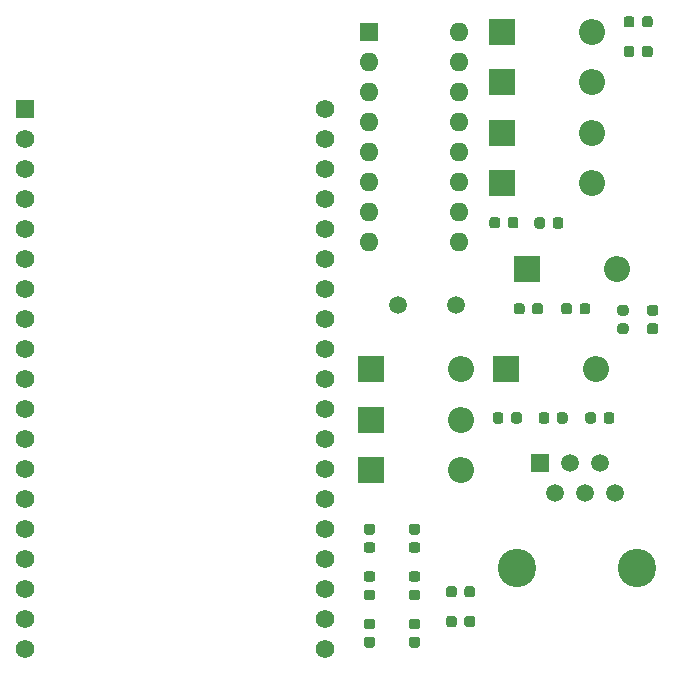
<source format=gbr>
%TF.GenerationSoftware,KiCad,Pcbnew,(5.1.10)-1*%
%TF.CreationDate,2021-06-22T20:16:26+08:00*%
%TF.ProjectId,sm8223,736d3832-3233-42e6-9b69-6361645f7063,rev?*%
%TF.SameCoordinates,Original*%
%TF.FileFunction,Soldermask,Top*%
%TF.FilePolarity,Negative*%
%FSLAX46Y46*%
G04 Gerber Fmt 4.6, Leading zero omitted, Abs format (unit mm)*
G04 Created by KiCad (PCBNEW (5.1.10)-1) date 2021-06-22 20:16:26*
%MOMM*%
%LPD*%
G01*
G04 APERTURE LIST*
%ADD10R,2.200000X2.200000*%
%ADD11O,2.200000X2.200000*%
%ADD12C,3.250000*%
%ADD13C,1.520000*%
%ADD14R,1.520000X1.520000*%
%ADD15R,1.600000X1.600000*%
%ADD16O,1.600000X1.600000*%
%ADD17R,1.560000X1.560000*%
%ADD18C,1.560000*%
%ADD19C,1.500000*%
G04 APERTURE END LIST*
%TO.C,C1*%
G36*
G01*
X77440000Y-81015000D02*
X77440000Y-80515000D01*
G75*
G02*
X77665000Y-80290000I225000J0D01*
G01*
X78115000Y-80290000D01*
G75*
G02*
X78340000Y-80515000I0J-225000D01*
G01*
X78340000Y-81015000D01*
G75*
G02*
X78115000Y-81240000I-225000J0D01*
G01*
X77665000Y-81240000D01*
G75*
G02*
X77440000Y-81015000I0J225000D01*
G01*
G37*
G36*
G01*
X75890000Y-81015000D02*
X75890000Y-80515000D01*
G75*
G02*
X76115000Y-80290000I225000J0D01*
G01*
X76565000Y-80290000D01*
G75*
G02*
X76790000Y-80515000I0J-225000D01*
G01*
X76790000Y-81015000D01*
G75*
G02*
X76565000Y-81240000I-225000J0D01*
G01*
X76115000Y-81240000D01*
G75*
G02*
X75890000Y-81015000I0J225000D01*
G01*
G37*
%TD*%
%TO.C,C2*%
G36*
G01*
X90930000Y-35265000D02*
X90930000Y-34765000D01*
G75*
G02*
X91155000Y-34540000I225000J0D01*
G01*
X91605000Y-34540000D01*
G75*
G02*
X91830000Y-34765000I0J-225000D01*
G01*
X91830000Y-35265000D01*
G75*
G02*
X91605000Y-35490000I-225000J0D01*
G01*
X91155000Y-35490000D01*
G75*
G02*
X90930000Y-35265000I0J225000D01*
G01*
G37*
G36*
G01*
X92480000Y-35265000D02*
X92480000Y-34765000D01*
G75*
G02*
X92705000Y-34540000I225000J0D01*
G01*
X93155000Y-34540000D01*
G75*
G02*
X93380000Y-34765000I0J-225000D01*
G01*
X93380000Y-35265000D01*
G75*
G02*
X93155000Y-35490000I-225000J0D01*
G01*
X92705000Y-35490000D01*
G75*
G02*
X92480000Y-35265000I0J225000D01*
G01*
G37*
%TD*%
%TO.C,C3*%
G36*
G01*
X92480000Y-32755000D02*
X92480000Y-32255000D01*
G75*
G02*
X92705000Y-32030000I225000J0D01*
G01*
X93155000Y-32030000D01*
G75*
G02*
X93380000Y-32255000I0J-225000D01*
G01*
X93380000Y-32755000D01*
G75*
G02*
X93155000Y-32980000I-225000J0D01*
G01*
X92705000Y-32980000D01*
G75*
G02*
X92480000Y-32755000I0J225000D01*
G01*
G37*
G36*
G01*
X90930000Y-32755000D02*
X90930000Y-32255000D01*
G75*
G02*
X91155000Y-32030000I225000J0D01*
G01*
X91605000Y-32030000D01*
G75*
G02*
X91830000Y-32255000I0J-225000D01*
G01*
X91830000Y-32755000D01*
G75*
G02*
X91605000Y-32980000I-225000J0D01*
G01*
X91155000Y-32980000D01*
G75*
G02*
X90930000Y-32755000I0J225000D01*
G01*
G37*
%TD*%
%TO.C,C4*%
G36*
G01*
X69655000Y-77460000D02*
X69155000Y-77460000D01*
G75*
G02*
X68930000Y-77235000I0J225000D01*
G01*
X68930000Y-76785000D01*
G75*
G02*
X69155000Y-76560000I225000J0D01*
G01*
X69655000Y-76560000D01*
G75*
G02*
X69880000Y-76785000I0J-225000D01*
G01*
X69880000Y-77235000D01*
G75*
G02*
X69655000Y-77460000I-225000J0D01*
G01*
G37*
G36*
G01*
X69655000Y-75910000D02*
X69155000Y-75910000D01*
G75*
G02*
X68930000Y-75685000I0J225000D01*
G01*
X68930000Y-75235000D01*
G75*
G02*
X69155000Y-75010000I225000J0D01*
G01*
X69655000Y-75010000D01*
G75*
G02*
X69880000Y-75235000I0J-225000D01*
G01*
X69880000Y-75685000D01*
G75*
G02*
X69655000Y-75910000I-225000J0D01*
G01*
G37*
%TD*%
%TO.C,C5*%
G36*
G01*
X83180000Y-57055000D02*
X83180000Y-56555000D01*
G75*
G02*
X83405000Y-56330000I225000J0D01*
G01*
X83855000Y-56330000D01*
G75*
G02*
X84080000Y-56555000I0J-225000D01*
G01*
X84080000Y-57055000D01*
G75*
G02*
X83855000Y-57280000I-225000J0D01*
G01*
X83405000Y-57280000D01*
G75*
G02*
X83180000Y-57055000I0J225000D01*
G01*
G37*
G36*
G01*
X81630000Y-57055000D02*
X81630000Y-56555000D01*
G75*
G02*
X81855000Y-56330000I225000J0D01*
G01*
X82305000Y-56330000D01*
G75*
G02*
X82530000Y-56555000I0J-225000D01*
G01*
X82530000Y-57055000D01*
G75*
G02*
X82305000Y-57280000I-225000J0D01*
G01*
X81855000Y-57280000D01*
G75*
G02*
X81630000Y-57055000I0J225000D01*
G01*
G37*
%TD*%
%TO.C,C6*%
G36*
G01*
X69655000Y-79920000D02*
X69155000Y-79920000D01*
G75*
G02*
X68930000Y-79695000I0J225000D01*
G01*
X68930000Y-79245000D01*
G75*
G02*
X69155000Y-79020000I225000J0D01*
G01*
X69655000Y-79020000D01*
G75*
G02*
X69880000Y-79245000I0J-225000D01*
G01*
X69880000Y-79695000D01*
G75*
G02*
X69655000Y-79920000I-225000J0D01*
G01*
G37*
G36*
G01*
X69655000Y-81470000D02*
X69155000Y-81470000D01*
G75*
G02*
X68930000Y-81245000I0J225000D01*
G01*
X68930000Y-80795000D01*
G75*
G02*
X69155000Y-80570000I225000J0D01*
G01*
X69655000Y-80570000D01*
G75*
G02*
X69880000Y-80795000I0J-225000D01*
G01*
X69880000Y-81245000D01*
G75*
G02*
X69655000Y-81470000I-225000J0D01*
G01*
G37*
%TD*%
%TO.C,C7*%
G36*
G01*
X69655000Y-85480000D02*
X69155000Y-85480000D01*
G75*
G02*
X68930000Y-85255000I0J225000D01*
G01*
X68930000Y-84805000D01*
G75*
G02*
X69155000Y-84580000I225000J0D01*
G01*
X69655000Y-84580000D01*
G75*
G02*
X69880000Y-84805000I0J-225000D01*
G01*
X69880000Y-85255000D01*
G75*
G02*
X69655000Y-85480000I-225000J0D01*
G01*
G37*
G36*
G01*
X69655000Y-83930000D02*
X69155000Y-83930000D01*
G75*
G02*
X68930000Y-83705000I0J225000D01*
G01*
X68930000Y-83255000D01*
G75*
G02*
X69155000Y-83030000I225000J0D01*
G01*
X69655000Y-83030000D01*
G75*
G02*
X69880000Y-83255000I0J-225000D01*
G01*
X69880000Y-83705000D01*
G75*
G02*
X69655000Y-83930000I-225000J0D01*
G01*
G37*
%TD*%
D10*
%TO.C,D2*%
X80655000Y-46125000D03*
D11*
X88275000Y-46125000D03*
%TD*%
%TO.C,D3*%
X77195000Y-70425000D03*
D10*
X69575000Y-70425000D03*
%TD*%
%TO.C,D4*%
X80945000Y-61925000D03*
D11*
X88565000Y-61925000D03*
%TD*%
%TO.C,D5*%
X77195000Y-66175000D03*
D10*
X69575000Y-66175000D03*
%TD*%
D11*
%TO.C,D6*%
X88275000Y-41875000D03*
D10*
X80655000Y-41875000D03*
%TD*%
%TO.C,D7*%
X82725000Y-53425000D03*
D11*
X90345000Y-53425000D03*
%TD*%
D10*
%TO.C,D8*%
X80655000Y-37625000D03*
D11*
X88275000Y-37625000D03*
%TD*%
%TO.C,D9*%
X77195000Y-61925000D03*
D10*
X69575000Y-61925000D03*
%TD*%
%TO.C,D10*%
X80655000Y-33375000D03*
D11*
X88275000Y-33375000D03*
%TD*%
D12*
%TO.C,J1*%
X92070000Y-78740000D03*
D13*
X90170000Y-72390000D03*
X88900000Y-69850000D03*
X87630000Y-72390000D03*
X86360000Y-69850000D03*
X85090000Y-72390000D03*
D12*
X81910000Y-78740000D03*
D14*
X83820000Y-69850000D03*
%TD*%
%TO.C,R1*%
G36*
G01*
X73465000Y-83930000D02*
X72965000Y-83930000D01*
G75*
G02*
X72740000Y-83705000I0J225000D01*
G01*
X72740000Y-83255000D01*
G75*
G02*
X72965000Y-83030000I225000J0D01*
G01*
X73465000Y-83030000D01*
G75*
G02*
X73690000Y-83255000I0J-225000D01*
G01*
X73690000Y-83705000D01*
G75*
G02*
X73465000Y-83930000I-225000J0D01*
G01*
G37*
G36*
G01*
X73465000Y-85480000D02*
X72965000Y-85480000D01*
G75*
G02*
X72740000Y-85255000I0J225000D01*
G01*
X72740000Y-84805000D01*
G75*
G02*
X72965000Y-84580000I225000J0D01*
G01*
X73465000Y-84580000D01*
G75*
G02*
X73690000Y-84805000I0J-225000D01*
G01*
X73690000Y-85255000D01*
G75*
G02*
X73465000Y-85480000I-225000J0D01*
G01*
G37*
%TD*%
%TO.C,R2*%
G36*
G01*
X85640000Y-57055000D02*
X85640000Y-56555000D01*
G75*
G02*
X85865000Y-56330000I225000J0D01*
G01*
X86315000Y-56330000D01*
G75*
G02*
X86540000Y-56555000I0J-225000D01*
G01*
X86540000Y-57055000D01*
G75*
G02*
X86315000Y-57280000I-225000J0D01*
G01*
X85865000Y-57280000D01*
G75*
G02*
X85640000Y-57055000I0J225000D01*
G01*
G37*
G36*
G01*
X87190000Y-57055000D02*
X87190000Y-56555000D01*
G75*
G02*
X87415000Y-56330000I225000J0D01*
G01*
X87865000Y-56330000D01*
G75*
G02*
X88090000Y-56555000I0J-225000D01*
G01*
X88090000Y-57055000D01*
G75*
G02*
X87865000Y-57280000I-225000J0D01*
G01*
X87415000Y-57280000D01*
G75*
G02*
X87190000Y-57055000I0J225000D01*
G01*
G37*
%TD*%
%TO.C,R3*%
G36*
G01*
X85270000Y-66290000D02*
X85270000Y-65790000D01*
G75*
G02*
X85495000Y-65565000I225000J0D01*
G01*
X85945000Y-65565000D01*
G75*
G02*
X86170000Y-65790000I0J-225000D01*
G01*
X86170000Y-66290000D01*
G75*
G02*
X85945000Y-66515000I-225000J0D01*
G01*
X85495000Y-66515000D01*
G75*
G02*
X85270000Y-66290000I0J225000D01*
G01*
G37*
G36*
G01*
X83720000Y-66290000D02*
X83720000Y-65790000D01*
G75*
G02*
X83945000Y-65565000I225000J0D01*
G01*
X84395000Y-65565000D01*
G75*
G02*
X84620000Y-65790000I0J-225000D01*
G01*
X84620000Y-66290000D01*
G75*
G02*
X84395000Y-66515000I-225000J0D01*
G01*
X83945000Y-66515000D01*
G75*
G02*
X83720000Y-66290000I0J225000D01*
G01*
G37*
%TD*%
%TO.C,R4*%
G36*
G01*
X83370000Y-49780000D02*
X83370000Y-49280000D01*
G75*
G02*
X83595000Y-49055000I225000J0D01*
G01*
X84045000Y-49055000D01*
G75*
G02*
X84270000Y-49280000I0J-225000D01*
G01*
X84270000Y-49780000D01*
G75*
G02*
X84045000Y-50005000I-225000J0D01*
G01*
X83595000Y-50005000D01*
G75*
G02*
X83370000Y-49780000I0J225000D01*
G01*
G37*
G36*
G01*
X84920000Y-49780000D02*
X84920000Y-49280000D01*
G75*
G02*
X85145000Y-49055000I225000J0D01*
G01*
X85595000Y-49055000D01*
G75*
G02*
X85820000Y-49280000I0J-225000D01*
G01*
X85820000Y-49780000D01*
G75*
G02*
X85595000Y-50005000I-225000J0D01*
G01*
X85145000Y-50005000D01*
G75*
G02*
X84920000Y-49780000I0J225000D01*
G01*
G37*
%TD*%
%TO.C,R5*%
G36*
G01*
X89225000Y-66290000D02*
X89225000Y-65790000D01*
G75*
G02*
X89450000Y-65565000I225000J0D01*
G01*
X89900000Y-65565000D01*
G75*
G02*
X90125000Y-65790000I0J-225000D01*
G01*
X90125000Y-66290000D01*
G75*
G02*
X89900000Y-66515000I-225000J0D01*
G01*
X89450000Y-66515000D01*
G75*
G02*
X89225000Y-66290000I0J225000D01*
G01*
G37*
G36*
G01*
X87675000Y-66290000D02*
X87675000Y-65790000D01*
G75*
G02*
X87900000Y-65565000I225000J0D01*
G01*
X88350000Y-65565000D01*
G75*
G02*
X88575000Y-65790000I0J-225000D01*
G01*
X88575000Y-66290000D01*
G75*
G02*
X88350000Y-66515000I-225000J0D01*
G01*
X87900000Y-66515000D01*
G75*
G02*
X87675000Y-66290000I0J225000D01*
G01*
G37*
%TD*%
%TO.C,R6*%
G36*
G01*
X73465000Y-81470000D02*
X72965000Y-81470000D01*
G75*
G02*
X72740000Y-81245000I0J225000D01*
G01*
X72740000Y-80795000D01*
G75*
G02*
X72965000Y-80570000I225000J0D01*
G01*
X73465000Y-80570000D01*
G75*
G02*
X73690000Y-80795000I0J-225000D01*
G01*
X73690000Y-81245000D01*
G75*
G02*
X73465000Y-81470000I-225000J0D01*
G01*
G37*
G36*
G01*
X73465000Y-79920000D02*
X72965000Y-79920000D01*
G75*
G02*
X72740000Y-79695000I0J225000D01*
G01*
X72740000Y-79245000D01*
G75*
G02*
X72965000Y-79020000I225000J0D01*
G01*
X73465000Y-79020000D01*
G75*
G02*
X73690000Y-79245000I0J-225000D01*
G01*
X73690000Y-79695000D01*
G75*
G02*
X73465000Y-79920000I-225000J0D01*
G01*
G37*
%TD*%
%TO.C,R7*%
G36*
G01*
X75890000Y-83525000D02*
X75890000Y-83025000D01*
G75*
G02*
X76115000Y-82800000I225000J0D01*
G01*
X76565000Y-82800000D01*
G75*
G02*
X76790000Y-83025000I0J-225000D01*
G01*
X76790000Y-83525000D01*
G75*
G02*
X76565000Y-83750000I-225000J0D01*
G01*
X76115000Y-83750000D01*
G75*
G02*
X75890000Y-83525000I0J225000D01*
G01*
G37*
G36*
G01*
X77440000Y-83525000D02*
X77440000Y-83025000D01*
G75*
G02*
X77665000Y-82800000I225000J0D01*
G01*
X78115000Y-82800000D01*
G75*
G02*
X78340000Y-83025000I0J-225000D01*
G01*
X78340000Y-83525000D01*
G75*
G02*
X78115000Y-83750000I-225000J0D01*
G01*
X77665000Y-83750000D01*
G75*
G02*
X77440000Y-83525000I0J225000D01*
G01*
G37*
%TD*%
%TO.C,R8*%
G36*
G01*
X91115000Y-58930000D02*
X90615000Y-58930000D01*
G75*
G02*
X90390000Y-58705000I0J225000D01*
G01*
X90390000Y-58255000D01*
G75*
G02*
X90615000Y-58030000I225000J0D01*
G01*
X91115000Y-58030000D01*
G75*
G02*
X91340000Y-58255000I0J-225000D01*
G01*
X91340000Y-58705000D01*
G75*
G02*
X91115000Y-58930000I-225000J0D01*
G01*
G37*
G36*
G01*
X91115000Y-57380000D02*
X90615000Y-57380000D01*
G75*
G02*
X90390000Y-57155000I0J225000D01*
G01*
X90390000Y-56705000D01*
G75*
G02*
X90615000Y-56480000I225000J0D01*
G01*
X91115000Y-56480000D01*
G75*
G02*
X91340000Y-56705000I0J-225000D01*
G01*
X91340000Y-57155000D01*
G75*
G02*
X91115000Y-57380000I-225000J0D01*
G01*
G37*
%TD*%
%TO.C,R9*%
G36*
G01*
X79560000Y-49755000D02*
X79560000Y-49255000D01*
G75*
G02*
X79785000Y-49030000I225000J0D01*
G01*
X80235000Y-49030000D01*
G75*
G02*
X80460000Y-49255000I0J-225000D01*
G01*
X80460000Y-49755000D01*
G75*
G02*
X80235000Y-49980000I-225000J0D01*
G01*
X79785000Y-49980000D01*
G75*
G02*
X79560000Y-49755000I0J225000D01*
G01*
G37*
G36*
G01*
X81110000Y-49755000D02*
X81110000Y-49255000D01*
G75*
G02*
X81335000Y-49030000I225000J0D01*
G01*
X81785000Y-49030000D01*
G75*
G02*
X82010000Y-49255000I0J-225000D01*
G01*
X82010000Y-49755000D01*
G75*
G02*
X81785000Y-49980000I-225000J0D01*
G01*
X81335000Y-49980000D01*
G75*
G02*
X81110000Y-49755000I0J225000D01*
G01*
G37*
%TD*%
%TO.C,R10*%
G36*
G01*
X79850000Y-66290000D02*
X79850000Y-65790000D01*
G75*
G02*
X80075000Y-65565000I225000J0D01*
G01*
X80525000Y-65565000D01*
G75*
G02*
X80750000Y-65790000I0J-225000D01*
G01*
X80750000Y-66290000D01*
G75*
G02*
X80525000Y-66515000I-225000J0D01*
G01*
X80075000Y-66515000D01*
G75*
G02*
X79850000Y-66290000I0J225000D01*
G01*
G37*
G36*
G01*
X81400000Y-66290000D02*
X81400000Y-65790000D01*
G75*
G02*
X81625000Y-65565000I225000J0D01*
G01*
X82075000Y-65565000D01*
G75*
G02*
X82300000Y-65790000I0J-225000D01*
G01*
X82300000Y-66290000D01*
G75*
G02*
X82075000Y-66515000I-225000J0D01*
G01*
X81625000Y-66515000D01*
G75*
G02*
X81400000Y-66290000I0J225000D01*
G01*
G37*
%TD*%
%TO.C,R11*%
G36*
G01*
X93625000Y-57380000D02*
X93125000Y-57380000D01*
G75*
G02*
X92900000Y-57155000I0J225000D01*
G01*
X92900000Y-56705000D01*
G75*
G02*
X93125000Y-56480000I225000J0D01*
G01*
X93625000Y-56480000D01*
G75*
G02*
X93850000Y-56705000I0J-225000D01*
G01*
X93850000Y-57155000D01*
G75*
G02*
X93625000Y-57380000I-225000J0D01*
G01*
G37*
G36*
G01*
X93625000Y-58930000D02*
X93125000Y-58930000D01*
G75*
G02*
X92900000Y-58705000I0J225000D01*
G01*
X92900000Y-58255000D01*
G75*
G02*
X93125000Y-58030000I225000J0D01*
G01*
X93625000Y-58030000D01*
G75*
G02*
X93850000Y-58255000I0J-225000D01*
G01*
X93850000Y-58705000D01*
G75*
G02*
X93625000Y-58930000I-225000J0D01*
G01*
G37*
%TD*%
%TO.C,R12*%
G36*
G01*
X73465000Y-75910000D02*
X72965000Y-75910000D01*
G75*
G02*
X72740000Y-75685000I0J225000D01*
G01*
X72740000Y-75235000D01*
G75*
G02*
X72965000Y-75010000I225000J0D01*
G01*
X73465000Y-75010000D01*
G75*
G02*
X73690000Y-75235000I0J-225000D01*
G01*
X73690000Y-75685000D01*
G75*
G02*
X73465000Y-75910000I-225000J0D01*
G01*
G37*
G36*
G01*
X73465000Y-77460000D02*
X72965000Y-77460000D01*
G75*
G02*
X72740000Y-77235000I0J225000D01*
G01*
X72740000Y-76785000D01*
G75*
G02*
X72965000Y-76560000I225000J0D01*
G01*
X73465000Y-76560000D01*
G75*
G02*
X73690000Y-76785000I0J-225000D01*
G01*
X73690000Y-77235000D01*
G75*
G02*
X73465000Y-77460000I-225000J0D01*
G01*
G37*
%TD*%
D15*
%TO.C,U1*%
X69325000Y-33325000D03*
D16*
X76945000Y-51105000D03*
X69325000Y-35865000D03*
X76945000Y-48565000D03*
X69325000Y-38405000D03*
X76945000Y-46025000D03*
X69325000Y-40945000D03*
X76945000Y-43485000D03*
X69325000Y-43485000D03*
X76945000Y-40945000D03*
X69325000Y-46025000D03*
X76945000Y-38405000D03*
X69325000Y-48565000D03*
X76945000Y-35865000D03*
X69325000Y-51105000D03*
X76945000Y-33325000D03*
%TD*%
D17*
%TO.C,U2*%
X40280000Y-39860000D03*
D18*
X40280000Y-42400000D03*
X40280000Y-85580000D03*
X40280000Y-44940000D03*
X40280000Y-47480000D03*
X40280000Y-50020000D03*
X40280000Y-52560000D03*
X40280000Y-55100000D03*
X40280000Y-57640000D03*
X40280000Y-60180000D03*
X40280000Y-62720000D03*
X40280000Y-65260000D03*
X40280000Y-67800000D03*
X40280000Y-70340000D03*
X40280000Y-72880000D03*
X40280000Y-75420000D03*
X40280000Y-77960000D03*
X40280000Y-80500000D03*
X40280000Y-83040000D03*
X65680000Y-39860000D03*
X65680000Y-42400000D03*
X65680000Y-44940000D03*
X65680000Y-47480000D03*
X65680000Y-50020000D03*
X65680000Y-52560000D03*
X65680000Y-55100000D03*
X65680000Y-57640000D03*
X65680000Y-60180000D03*
X65680000Y-62720000D03*
X65680000Y-65260000D03*
X65680000Y-67800000D03*
X65680000Y-70340000D03*
X65680000Y-72880000D03*
X65680000Y-75420000D03*
X65680000Y-77960000D03*
X65680000Y-80500000D03*
X65680000Y-83040000D03*
X65680000Y-85580000D03*
%TD*%
D19*
%TO.C,Y1*%
X71825000Y-56475000D03*
X76705000Y-56475000D03*
%TD*%
M02*

</source>
